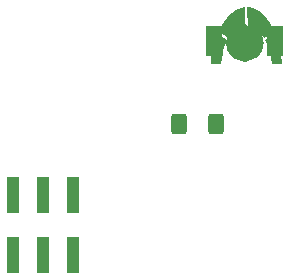
<source format=gbs>
G04 #@! TF.GenerationSoftware,KiCad,Pcbnew,(6.99.0-2452-gdb4f2d9dd8)*
G04 #@! TF.CreationDate,2022-07-25T19:23:05-05:00*
G04 #@! TF.ProjectId,B2,42322e6b-6963-4616-945f-706362585858,rev?*
G04 #@! TF.SameCoordinates,Original*
G04 #@! TF.FileFunction,Soldermask,Bot*
G04 #@! TF.FilePolarity,Negative*
%FSLAX46Y46*%
G04 Gerber Fmt 4.6, Leading zero omitted, Abs format (unit mm)*
G04 Created by KiCad (PCBNEW (6.99.0-2452-gdb4f2d9dd8)) date 2022-07-25 19:23:05*
%MOMM*%
%LPD*%
G01*
G04 APERTURE LIST*
G04 Aperture macros list*
%AMRoundRect*
0 Rectangle with rounded corners*
0 $1 Rounding radius*
0 $2 $3 $4 $5 $6 $7 $8 $9 X,Y pos of 4 corners*
0 Add a 4 corners polygon primitive as box body*
4,1,4,$2,$3,$4,$5,$6,$7,$8,$9,$2,$3,0*
0 Add four circle primitives for the rounded corners*
1,1,$1+$1,$2,$3*
1,1,$1+$1,$4,$5*
1,1,$1+$1,$6,$7*
1,1,$1+$1,$8,$9*
0 Add four rect primitives between the rounded corners*
20,1,$1+$1,$2,$3,$4,$5,0*
20,1,$1+$1,$4,$5,$6,$7,0*
20,1,$1+$1,$6,$7,$8,$9,0*
20,1,$1+$1,$8,$9,$2,$3,0*%
G04 Aperture macros list end*
%ADD10C,0.090000*%
%ADD11C,1.600000*%
%ADD12R,1.000000X3.150000*%
%ADD13RoundRect,0.250000X0.400000X0.625000X-0.400000X0.625000X-0.400000X-0.625000X0.400000X-0.625000X0*%
%ADD14R,1.400000X2.600000*%
G04 APERTURE END LIST*
D10*
G36*
X152994197Y-80617185D02*
G01*
X153052642Y-80747679D01*
X153122467Y-80909395D01*
X153196752Y-81090232D01*
X153233403Y-81184039D01*
X153268573Y-81278089D01*
X153301398Y-81370868D01*
X153331011Y-81460865D01*
X153356548Y-81546565D01*
X153377143Y-81626458D01*
X153394639Y-81709934D01*
X153410835Y-81803264D01*
X153439420Y-82011077D01*
X153463088Y-82233073D01*
X153482028Y-82452431D01*
X153506482Y-82815937D01*
X153514297Y-82967013D01*
X152744466Y-82958193D01*
X152666487Y-82495298D01*
X152595767Y-82107685D01*
X152560277Y-81930548D01*
X152527673Y-81785746D01*
X152510580Y-81722854D01*
X152490127Y-81658055D01*
X152466931Y-81592171D01*
X152441606Y-81526025D01*
X152387037Y-81396242D01*
X152331344Y-81275290D01*
X152279453Y-81169753D01*
X152236289Y-81086218D01*
X152195848Y-81011488D01*
X152939135Y-80498268D01*
X152994197Y-80617185D01*
G37*
X152994197Y-80617185D02*
X153052642Y-80747679D01*
X153122467Y-80909395D01*
X153196752Y-81090232D01*
X153233403Y-81184039D01*
X153268573Y-81278089D01*
X153301398Y-81370868D01*
X153331011Y-81460865D01*
X153356548Y-81546565D01*
X153377143Y-81626458D01*
X153394639Y-81709934D01*
X153410835Y-81803264D01*
X153439420Y-82011077D01*
X153463088Y-82233073D01*
X153482028Y-82452431D01*
X153506482Y-82815937D01*
X153514297Y-82967013D01*
X152744466Y-82958193D01*
X152666487Y-82495298D01*
X152595767Y-82107685D01*
X152560277Y-81930548D01*
X152527673Y-81785746D01*
X152510580Y-81722854D01*
X152490127Y-81658055D01*
X152466931Y-81592171D01*
X152441606Y-81526025D01*
X152387037Y-81396242D01*
X152331344Y-81275290D01*
X152279453Y-81169753D01*
X152236289Y-81086218D01*
X152195848Y-81011488D01*
X152939135Y-80498268D01*
X152994197Y-80617185D01*
G36*
X150710915Y-78235039D02*
G01*
X150744960Y-78239029D01*
X150791253Y-78246264D01*
X150849004Y-78257692D01*
X150917423Y-78274265D01*
X150995719Y-78296932D01*
X151083102Y-78326645D01*
X151178781Y-78364354D01*
X151229485Y-78386503D01*
X151281966Y-78411008D01*
X151336127Y-78437988D01*
X151391868Y-78467560D01*
X151449090Y-78499844D01*
X151507694Y-78534958D01*
X151567583Y-78573022D01*
X151628656Y-78614154D01*
X151690816Y-78658473D01*
X151753963Y-78706097D01*
X151817999Y-78757147D01*
X151882824Y-78811739D01*
X151948341Y-78869994D01*
X152014450Y-78932030D01*
X152109481Y-79029174D01*
X152199584Y-79131718D01*
X152284594Y-79238052D01*
X152364344Y-79346565D01*
X152438668Y-79455649D01*
X152507401Y-79563692D01*
X152570375Y-79669086D01*
X152627426Y-79770221D01*
X152723092Y-79953273D01*
X152793069Y-80099969D01*
X152850645Y-80232780D01*
X152850649Y-80232784D01*
X152054270Y-80772549D01*
X151999913Y-80715158D01*
X151936900Y-80651772D01*
X151897873Y-80613842D01*
X151854382Y-80572682D01*
X151806837Y-80528989D01*
X151755648Y-80483458D01*
X151701229Y-80436786D01*
X151643988Y-80389668D01*
X151584339Y-80342800D01*
X151522691Y-80296879D01*
X151459456Y-80252600D01*
X151427371Y-80231294D01*
X151395044Y-80210660D01*
X151318480Y-80165149D01*
X151245395Y-80126089D01*
X151175993Y-80092995D01*
X151110475Y-80065383D01*
X151049040Y-80042766D01*
X150991892Y-80024661D01*
X150939231Y-80010582D01*
X150891259Y-80000044D01*
X150848176Y-79992562D01*
X150810185Y-79987651D01*
X150750281Y-79983604D01*
X150700425Y-79985021D01*
X150682730Y-78232987D01*
X150710915Y-78235039D01*
G37*
X150710915Y-78235039D02*
X150744960Y-78239029D01*
X150791253Y-78246264D01*
X150849004Y-78257692D01*
X150917423Y-78274265D01*
X150995719Y-78296932D01*
X151083102Y-78326645D01*
X151178781Y-78364354D01*
X151229485Y-78386503D01*
X151281966Y-78411008D01*
X151336127Y-78437988D01*
X151391868Y-78467560D01*
X151449090Y-78499844D01*
X151507694Y-78534958D01*
X151567583Y-78573022D01*
X151628656Y-78614154D01*
X151690816Y-78658473D01*
X151753963Y-78706097D01*
X151817999Y-78757147D01*
X151882824Y-78811739D01*
X151948341Y-78869994D01*
X152014450Y-78932030D01*
X152109481Y-79029174D01*
X152199584Y-79131718D01*
X152284594Y-79238052D01*
X152364344Y-79346565D01*
X152438668Y-79455649D01*
X152507401Y-79563692D01*
X152570375Y-79669086D01*
X152627426Y-79770221D01*
X152723092Y-79953273D01*
X152793069Y-80099969D01*
X152850645Y-80232780D01*
X152850649Y-80232784D01*
X152054270Y-80772549D01*
X151999913Y-80715158D01*
X151936900Y-80651772D01*
X151897873Y-80613842D01*
X151854382Y-80572682D01*
X151806837Y-80528989D01*
X151755648Y-80483458D01*
X151701229Y-80436786D01*
X151643988Y-80389668D01*
X151584339Y-80342800D01*
X151522691Y-80296879D01*
X151459456Y-80252600D01*
X151427371Y-80231294D01*
X151395044Y-80210660D01*
X151318480Y-80165149D01*
X151245395Y-80126089D01*
X151175993Y-80092995D01*
X151110475Y-80065383D01*
X151049040Y-80042766D01*
X150991892Y-80024661D01*
X150939231Y-80010582D01*
X150891259Y-80000044D01*
X150848176Y-79992562D01*
X150810185Y-79987651D01*
X150750281Y-79983604D01*
X150700425Y-79985021D01*
X150682730Y-78232987D01*
X150710915Y-78235039D01*
G36*
X150417275Y-80002720D02*
G01*
X150367419Y-80001302D01*
X150307515Y-80005350D01*
X150269524Y-80010260D01*
X150226441Y-80017742D01*
X150178469Y-80028280D01*
X150125808Y-80042359D01*
X150068660Y-80060464D01*
X150007225Y-80083081D01*
X149941707Y-80110693D01*
X149872305Y-80143787D01*
X149799220Y-80182847D01*
X149722656Y-80228358D01*
X149690329Y-80248993D01*
X149658244Y-80270298D01*
X149595009Y-80314577D01*
X149533361Y-80360498D01*
X149473712Y-80407366D01*
X149416471Y-80454484D01*
X149362052Y-80501156D01*
X149310863Y-80546687D01*
X149263318Y-80590381D01*
X149219827Y-80631540D01*
X149180800Y-80669470D01*
X149117787Y-80732856D01*
X149063430Y-80790247D01*
X148267051Y-80250482D01*
X148267055Y-80250479D01*
X148324631Y-80117667D01*
X148394608Y-79970971D01*
X148490274Y-79787919D01*
X148547325Y-79686785D01*
X148610299Y-79581391D01*
X148679032Y-79473347D01*
X148753356Y-79364263D01*
X148833106Y-79255750D01*
X148918116Y-79149416D01*
X149008219Y-79046873D01*
X149103250Y-78949728D01*
X149169359Y-78887692D01*
X149234876Y-78829438D01*
X149299701Y-78774845D01*
X149363737Y-78723796D01*
X149426884Y-78676171D01*
X149489044Y-78631852D01*
X149550117Y-78590720D01*
X149610006Y-78552656D01*
X149668610Y-78517542D01*
X149725832Y-78485258D01*
X149781573Y-78455686D01*
X149835734Y-78428707D01*
X149888215Y-78404202D01*
X149938919Y-78382052D01*
X150034598Y-78344343D01*
X150121981Y-78314630D01*
X150200277Y-78291963D01*
X150268696Y-78275390D01*
X150326447Y-78263962D01*
X150372740Y-78256728D01*
X150406785Y-78252737D01*
X150434970Y-78250685D01*
X150417275Y-80002720D01*
G37*
X150417275Y-80002720D02*
X150367419Y-80001302D01*
X150307515Y-80005350D01*
X150269524Y-80010260D01*
X150226441Y-80017742D01*
X150178469Y-80028280D01*
X150125808Y-80042359D01*
X150068660Y-80060464D01*
X150007225Y-80083081D01*
X149941707Y-80110693D01*
X149872305Y-80143787D01*
X149799220Y-80182847D01*
X149722656Y-80228358D01*
X149690329Y-80248993D01*
X149658244Y-80270298D01*
X149595009Y-80314577D01*
X149533361Y-80360498D01*
X149473712Y-80407366D01*
X149416471Y-80454484D01*
X149362052Y-80501156D01*
X149310863Y-80546687D01*
X149263318Y-80590381D01*
X149219827Y-80631540D01*
X149180800Y-80669470D01*
X149117787Y-80732856D01*
X149063430Y-80790247D01*
X148267051Y-80250482D01*
X148267055Y-80250479D01*
X148324631Y-80117667D01*
X148394608Y-79970971D01*
X148490274Y-79787919D01*
X148547325Y-79686785D01*
X148610299Y-79581391D01*
X148679032Y-79473347D01*
X148753356Y-79364263D01*
X148833106Y-79255750D01*
X148918116Y-79149416D01*
X149008219Y-79046873D01*
X149103250Y-78949728D01*
X149169359Y-78887692D01*
X149234876Y-78829438D01*
X149299701Y-78774845D01*
X149363737Y-78723796D01*
X149426884Y-78676171D01*
X149489044Y-78631852D01*
X149550117Y-78590720D01*
X149610006Y-78552656D01*
X149668610Y-78517542D01*
X149725832Y-78485258D01*
X149781573Y-78455686D01*
X149835734Y-78428707D01*
X149888215Y-78404202D01*
X149938919Y-78382052D01*
X150034598Y-78344343D01*
X150121981Y-78314630D01*
X150200277Y-78291963D01*
X150268696Y-78275390D01*
X150326447Y-78263962D01*
X150372740Y-78256728D01*
X150406785Y-78252737D01*
X150434970Y-78250685D01*
X150417275Y-80002720D01*
G36*
X148904152Y-81011488D02*
G01*
X148863711Y-81086218D01*
X148820547Y-81169753D01*
X148768656Y-81275290D01*
X148712963Y-81396242D01*
X148658394Y-81526025D01*
X148633069Y-81592171D01*
X148609873Y-81658055D01*
X148589420Y-81722854D01*
X148572327Y-81785746D01*
X148539723Y-81930548D01*
X148504233Y-82107685D01*
X148433513Y-82495298D01*
X148355534Y-82958193D01*
X147585703Y-82967013D01*
X147593518Y-82815937D01*
X147617972Y-82452431D01*
X147636912Y-82233073D01*
X147660580Y-82011077D01*
X147689165Y-81803264D01*
X147705361Y-81709934D01*
X147722857Y-81626458D01*
X147743452Y-81546565D01*
X147768989Y-81460865D01*
X147798602Y-81370868D01*
X147831427Y-81278089D01*
X147866597Y-81184039D01*
X147903248Y-81090232D01*
X147977533Y-80909395D01*
X148047358Y-80747679D01*
X148105803Y-80617185D01*
X148160865Y-80498268D01*
X148904152Y-81011488D01*
G37*
X148904152Y-81011488D02*
X148863711Y-81086218D01*
X148820547Y-81169753D01*
X148768656Y-81275290D01*
X148712963Y-81396242D01*
X148658394Y-81526025D01*
X148633069Y-81592171D01*
X148609873Y-81658055D01*
X148589420Y-81722854D01*
X148572327Y-81785746D01*
X148539723Y-81930548D01*
X148504233Y-82107685D01*
X148433513Y-82495298D01*
X148355534Y-82958193D01*
X147585703Y-82967013D01*
X147593518Y-82815937D01*
X147617972Y-82452431D01*
X147636912Y-82233073D01*
X147660580Y-82011077D01*
X147689165Y-81803264D01*
X147705361Y-81709934D01*
X147722857Y-81626458D01*
X147743452Y-81546565D01*
X147768989Y-81460865D01*
X147798602Y-81370868D01*
X147831427Y-81278089D01*
X147866597Y-81184039D01*
X147903248Y-81090232D01*
X147977533Y-80909395D01*
X148047358Y-80747679D01*
X148105803Y-80617185D01*
X148160865Y-80498268D01*
X148904152Y-81011488D01*
D11*
X151265240Y-81292140D02*
G75*
G03*
X151265240Y-81292140I-800000J0D01*
G01*
D12*
X130821922Y-94167743D03*
X130821922Y-99217743D03*
X133361922Y-94167743D03*
X133361922Y-99217743D03*
X135901922Y-94167743D03*
X135901922Y-99217743D03*
D13*
X148000323Y-88184850D03*
X144900323Y-88184850D03*
D14*
X153049999Y-81149999D03*
X147849999Y-81149999D03*
M02*

</source>
